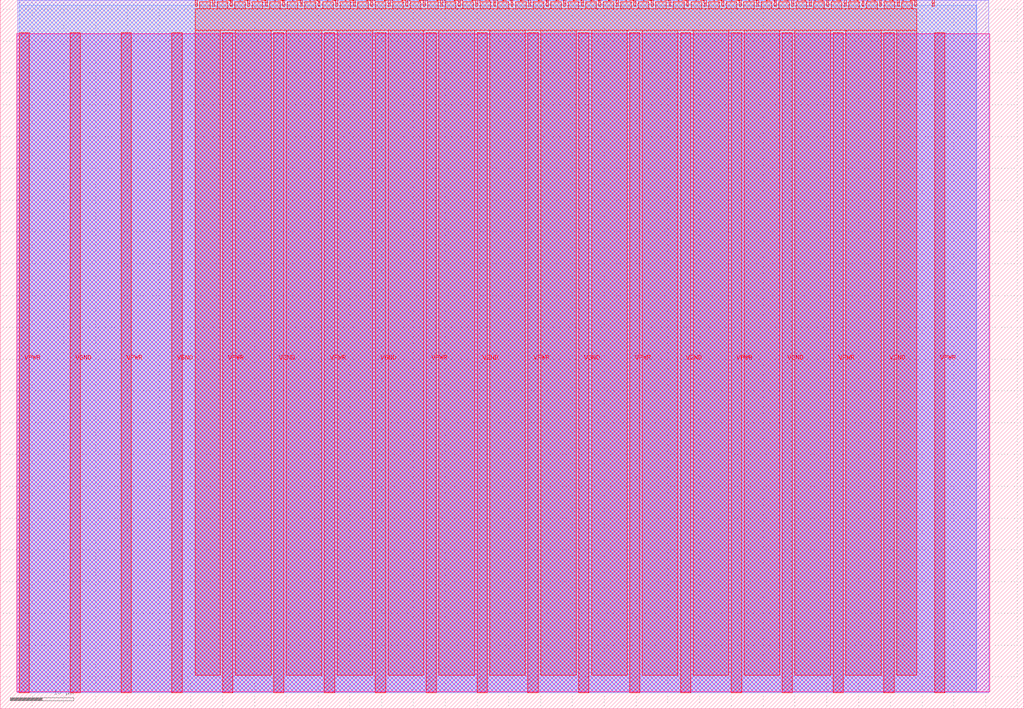
<source format=lef>
VERSION 5.7 ;
  NOWIREEXTENSIONATPIN ON ;
  DIVIDERCHAR "/" ;
  BUSBITCHARS "[]" ;
MACRO tt_um_tdctest_container
  CLASS BLOCK ;
  FOREIGN tt_um_tdctest_container ;
  ORIGIN 0.000 0.000 ;
  SIZE 161.000 BY 111.520 ;
  PIN VGND
    DIRECTION INOUT ;
    USE GROUND ;
    PORT
      LAYER met4 ;
        RECT 11.000 2.480 12.600 106.320 ;
    END
    PORT
      LAYER met4 ;
        RECT 27.000 2.480 28.600 106.320 ;
    END
    PORT
      LAYER met4 ;
        RECT 43.000 2.480 44.600 106.320 ;
    END
    PORT
      LAYER met4 ;
        RECT 59.000 2.480 60.600 106.320 ;
    END
    PORT
      LAYER met4 ;
        RECT 75.000 2.480 76.600 106.320 ;
    END
    PORT
      LAYER met4 ;
        RECT 91.000 2.480 92.600 106.320 ;
    END
    PORT
      LAYER met4 ;
        RECT 107.000 2.480 108.600 106.320 ;
    END
    PORT
      LAYER met4 ;
        RECT 123.000 2.480 124.600 106.320 ;
    END
    PORT
      LAYER met4 ;
        RECT 139.000 2.480 140.600 106.320 ;
    END
  END VGND
  PIN VPWR
    DIRECTION INOUT ;
    USE POWER ;
    PORT
      LAYER met4 ;
        RECT 3.000 2.480 4.600 106.320 ;
    END
    PORT
      LAYER met4 ;
        RECT 19.000 2.480 20.600 106.320 ;
    END
    PORT
      LAYER met4 ;
        RECT 35.000 2.480 36.600 106.320 ;
    END
    PORT
      LAYER met4 ;
        RECT 51.000 2.480 52.600 106.320 ;
    END
    PORT
      LAYER met4 ;
        RECT 67.000 2.480 68.600 106.320 ;
    END
    PORT
      LAYER met4 ;
        RECT 83.000 2.480 84.600 106.320 ;
    END
    PORT
      LAYER met4 ;
        RECT 99.000 2.480 100.600 106.320 ;
    END
    PORT
      LAYER met4 ;
        RECT 115.000 2.480 116.600 106.320 ;
    END
    PORT
      LAYER met4 ;
        RECT 131.000 2.480 132.600 106.320 ;
    END
    PORT
      LAYER met4 ;
        RECT 147.000 2.480 148.600 106.320 ;
    END
  END VPWR
  PIN clk
    DIRECTION INPUT ;
    USE SIGNAL ;
    ANTENNAGATEAREA 0.852000 ;
    PORT
      LAYER met4 ;
        RECT 143.830 110.520 144.130 111.520 ;
    END
  END clk
  PIN ena
    DIRECTION INPUT ;
    USE SIGNAL ;
    PORT
      LAYER met4 ;
        RECT 146.590 110.520 146.890 111.520 ;
    END
  END ena
  PIN rst_n
    DIRECTION INPUT ;
    USE SIGNAL ;
    ANTENNAGATEAREA 0.393000 ;
    ANTENNADIFFAREA 1.738800 ;
    PORT
      LAYER met4 ;
        RECT 141.070 110.520 141.370 111.520 ;
    END
  END rst_n
  PIN ui_in[0]
    DIRECTION INPUT ;
    USE SIGNAL ;
    ANTENNAGATEAREA 0.247500 ;
    PORT
      LAYER met4 ;
        RECT 138.310 110.520 138.610 111.520 ;
    END
  END ui_in[0]
  PIN ui_in[1]
    DIRECTION INPUT ;
    USE SIGNAL ;
    ANTENNAGATEAREA 0.196500 ;
    ANTENNADIFFAREA 0.434700 ;
    PORT
      LAYER met4 ;
        RECT 135.550 110.520 135.850 111.520 ;
    END
  END ui_in[1]
  PIN ui_in[2]
    DIRECTION INPUT ;
    USE SIGNAL ;
    ANTENNAGATEAREA 0.196500 ;
    ANTENNADIFFAREA 0.434700 ;
    PORT
      LAYER met4 ;
        RECT 132.790 110.520 133.090 111.520 ;
    END
  END ui_in[2]
  PIN ui_in[3]
    DIRECTION INPUT ;
    USE SIGNAL ;
    ANTENNAGATEAREA 0.196500 ;
    PORT
      LAYER met4 ;
        RECT 130.030 110.520 130.330 111.520 ;
    END
  END ui_in[3]
  PIN ui_in[4]
    DIRECTION INPUT ;
    USE SIGNAL ;
    ANTENNAGATEAREA 0.196500 ;
    ANTENNADIFFAREA 0.434700 ;
    PORT
      LAYER met4 ;
        RECT 127.270 110.520 127.570 111.520 ;
    END
  END ui_in[4]
  PIN ui_in[5]
    DIRECTION INPUT ;
    USE SIGNAL ;
    PORT
      LAYER met4 ;
        RECT 124.510 110.520 124.810 111.520 ;
    END
  END ui_in[5]
  PIN ui_in[6]
    DIRECTION INPUT ;
    USE SIGNAL ;
    PORT
      LAYER met4 ;
        RECT 121.750 110.520 122.050 111.520 ;
    END
  END ui_in[6]
  PIN ui_in[7]
    DIRECTION INPUT ;
    USE SIGNAL ;
    PORT
      LAYER met4 ;
        RECT 118.990 110.520 119.290 111.520 ;
    END
  END ui_in[7]
  PIN uio_in[0]
    DIRECTION INPUT ;
    USE SIGNAL ;
    ANTENNAGATEAREA 0.213000 ;
    PORT
      LAYER met4 ;
        RECT 116.230 110.520 116.530 111.520 ;
    END
  END uio_in[0]
  PIN uio_in[1]
    DIRECTION INPUT ;
    USE SIGNAL ;
    ANTENNAGATEAREA 0.196500 ;
    PORT
      LAYER met4 ;
        RECT 113.470 110.520 113.770 111.520 ;
    END
  END uio_in[1]
  PIN uio_in[2]
    DIRECTION INPUT ;
    USE SIGNAL ;
    PORT
      LAYER met4 ;
        RECT 110.710 110.520 111.010 111.520 ;
    END
  END uio_in[2]
  PIN uio_in[3]
    DIRECTION INPUT ;
    USE SIGNAL ;
    PORT
      LAYER met4 ;
        RECT 107.950 110.520 108.250 111.520 ;
    END
  END uio_in[3]
  PIN uio_in[4]
    DIRECTION INPUT ;
    USE SIGNAL ;
    PORT
      LAYER met4 ;
        RECT 105.190 110.520 105.490 111.520 ;
    END
  END uio_in[4]
  PIN uio_in[5]
    DIRECTION INPUT ;
    USE SIGNAL ;
    PORT
      LAYER met4 ;
        RECT 102.430 110.520 102.730 111.520 ;
    END
  END uio_in[5]
  PIN uio_in[6]
    DIRECTION INPUT ;
    USE SIGNAL ;
    PORT
      LAYER met4 ;
        RECT 99.670 110.520 99.970 111.520 ;
    END
  END uio_in[6]
  PIN uio_in[7]
    DIRECTION INPUT ;
    USE SIGNAL ;
    PORT
      LAYER met4 ;
        RECT 96.910 110.520 97.210 111.520 ;
    END
  END uio_in[7]
  PIN uio_oe[0]
    DIRECTION OUTPUT ;
    USE SIGNAL ;
    PORT
      LAYER met4 ;
        RECT 49.990 110.520 50.290 111.520 ;
    END
  END uio_oe[0]
  PIN uio_oe[1]
    DIRECTION OUTPUT ;
    USE SIGNAL ;
    PORT
      LAYER met4 ;
        RECT 47.230 110.520 47.530 111.520 ;
    END
  END uio_oe[1]
  PIN uio_oe[2]
    DIRECTION OUTPUT ;
    USE SIGNAL ;
    PORT
      LAYER met4 ;
        RECT 44.470 110.520 44.770 111.520 ;
    END
  END uio_oe[2]
  PIN uio_oe[3]
    DIRECTION OUTPUT ;
    USE SIGNAL ;
    PORT
      LAYER met4 ;
        RECT 41.710 110.520 42.010 111.520 ;
    END
  END uio_oe[3]
  PIN uio_oe[4]
    DIRECTION OUTPUT ;
    USE SIGNAL ;
    PORT
      LAYER met4 ;
        RECT 38.950 110.520 39.250 111.520 ;
    END
  END uio_oe[4]
  PIN uio_oe[5]
    DIRECTION OUTPUT ;
    USE SIGNAL ;
    PORT
      LAYER met4 ;
        RECT 36.190 110.520 36.490 111.520 ;
    END
  END uio_oe[5]
  PIN uio_oe[6]
    DIRECTION OUTPUT ;
    USE SIGNAL ;
    PORT
      LAYER met4 ;
        RECT 33.430 110.520 33.730 111.520 ;
    END
  END uio_oe[6]
  PIN uio_oe[7]
    DIRECTION OUTPUT ;
    USE SIGNAL ;
    PORT
      LAYER met4 ;
        RECT 30.670 110.520 30.970 111.520 ;
    END
  END uio_oe[7]
  PIN uio_out[0]
    DIRECTION OUTPUT ;
    USE SIGNAL ;
    PORT
      LAYER met4 ;
        RECT 72.070 110.520 72.370 111.520 ;
    END
  END uio_out[0]
  PIN uio_out[1]
    DIRECTION OUTPUT ;
    USE SIGNAL ;
    PORT
      LAYER met4 ;
        RECT 69.310 110.520 69.610 111.520 ;
    END
  END uio_out[1]
  PIN uio_out[2]
    DIRECTION OUTPUT ;
    USE SIGNAL ;
    PORT
      LAYER met4 ;
        RECT 66.550 110.520 66.850 111.520 ;
    END
  END uio_out[2]
  PIN uio_out[3]
    DIRECTION OUTPUT ;
    USE SIGNAL ;
    PORT
      LAYER met4 ;
        RECT 63.790 110.520 64.090 111.520 ;
    END
  END uio_out[3]
  PIN uio_out[4]
    DIRECTION OUTPUT ;
    USE SIGNAL ;
    PORT
      LAYER met4 ;
        RECT 61.030 110.520 61.330 111.520 ;
    END
  END uio_out[4]
  PIN uio_out[5]
    DIRECTION OUTPUT ;
    USE SIGNAL ;
    PORT
      LAYER met4 ;
        RECT 58.270 110.520 58.570 111.520 ;
    END
  END uio_out[5]
  PIN uio_out[6]
    DIRECTION OUTPUT ;
    USE SIGNAL ;
    PORT
      LAYER met4 ;
        RECT 55.510 110.520 55.810 111.520 ;
    END
  END uio_out[6]
  PIN uio_out[7]
    DIRECTION OUTPUT ;
    USE SIGNAL ;
    PORT
      LAYER met4 ;
        RECT 52.750 110.520 53.050 111.520 ;
    END
  END uio_out[7]
  PIN uo_out[0]
    DIRECTION OUTPUT ;
    USE SIGNAL ;
    ANTENNADIFFAREA 0.891000 ;
    PORT
      LAYER met4 ;
        RECT 94.150 110.520 94.450 111.520 ;
    END
  END uo_out[0]
  PIN uo_out[1]
    DIRECTION OUTPUT ;
    USE SIGNAL ;
    ANTENNADIFFAREA 0.891000 ;
    PORT
      LAYER met4 ;
        RECT 91.390 110.520 91.690 111.520 ;
    END
  END uo_out[1]
  PIN uo_out[2]
    DIRECTION OUTPUT ;
    USE SIGNAL ;
    ANTENNADIFFAREA 0.891000 ;
    PORT
      LAYER met4 ;
        RECT 88.630 110.520 88.930 111.520 ;
    END
  END uo_out[2]
  PIN uo_out[3]
    DIRECTION OUTPUT ;
    USE SIGNAL ;
    ANTENNADIFFAREA 0.891000 ;
    PORT
      LAYER met4 ;
        RECT 85.870 110.520 86.170 111.520 ;
    END
  END uo_out[3]
  PIN uo_out[4]
    DIRECTION OUTPUT ;
    USE SIGNAL ;
    ANTENNADIFFAREA 0.891000 ;
    PORT
      LAYER met4 ;
        RECT 83.110 110.520 83.410 111.520 ;
    END
  END uo_out[4]
  PIN uo_out[5]
    DIRECTION OUTPUT ;
    USE SIGNAL ;
    ANTENNADIFFAREA 0.445500 ;
    PORT
      LAYER met4 ;
        RECT 80.350 110.520 80.650 111.520 ;
    END
  END uo_out[5]
  PIN uo_out[6]
    DIRECTION OUTPUT ;
    USE SIGNAL ;
    ANTENNADIFFAREA 0.445500 ;
    PORT
      LAYER met4 ;
        RECT 77.590 110.520 77.890 111.520 ;
    END
  END uo_out[6]
  PIN uo_out[7]
    DIRECTION OUTPUT ;
    USE SIGNAL ;
    ANTENNADIFFAREA 0.445500 ;
    PORT
      LAYER met4 ;
        RECT 74.830 110.520 75.130 111.520 ;
    END
  END uo_out[7]
  OBS
      LAYER nwell ;
        RECT 2.570 2.635 155.670 106.165 ;
      LAYER li1 ;
        RECT 2.760 2.635 155.480 106.165 ;
      LAYER met1 ;
        RECT 2.760 2.480 155.480 111.480 ;
      LAYER met2 ;
        RECT 3.000 2.480 153.550 111.510 ;
      LAYER met3 ;
        RECT 3.010 2.515 153.575 110.665 ;
      LAYER met4 ;
        RECT 31.370 110.120 33.030 111.170 ;
        RECT 34.130 110.120 35.790 111.170 ;
        RECT 36.890 110.120 38.550 111.170 ;
        RECT 39.650 110.120 41.310 111.170 ;
        RECT 42.410 110.120 44.070 111.170 ;
        RECT 45.170 110.120 46.830 111.170 ;
        RECT 47.930 110.120 49.590 111.170 ;
        RECT 50.690 110.120 52.350 111.170 ;
        RECT 53.450 110.120 55.110 111.170 ;
        RECT 56.210 110.120 57.870 111.170 ;
        RECT 58.970 110.120 60.630 111.170 ;
        RECT 61.730 110.120 63.390 111.170 ;
        RECT 64.490 110.120 66.150 111.170 ;
        RECT 67.250 110.120 68.910 111.170 ;
        RECT 70.010 110.120 71.670 111.170 ;
        RECT 72.770 110.120 74.430 111.170 ;
        RECT 75.530 110.120 77.190 111.170 ;
        RECT 78.290 110.120 79.950 111.170 ;
        RECT 81.050 110.120 82.710 111.170 ;
        RECT 83.810 110.120 85.470 111.170 ;
        RECT 86.570 110.120 88.230 111.170 ;
        RECT 89.330 110.120 90.990 111.170 ;
        RECT 92.090 110.120 93.750 111.170 ;
        RECT 94.850 110.120 96.510 111.170 ;
        RECT 97.610 110.120 99.270 111.170 ;
        RECT 100.370 110.120 102.030 111.170 ;
        RECT 103.130 110.120 104.790 111.170 ;
        RECT 105.890 110.120 107.550 111.170 ;
        RECT 108.650 110.120 110.310 111.170 ;
        RECT 111.410 110.120 113.070 111.170 ;
        RECT 114.170 110.120 115.830 111.170 ;
        RECT 116.930 110.120 118.590 111.170 ;
        RECT 119.690 110.120 121.350 111.170 ;
        RECT 122.450 110.120 124.110 111.170 ;
        RECT 125.210 110.120 126.870 111.170 ;
        RECT 127.970 110.120 129.630 111.170 ;
        RECT 130.730 110.120 132.390 111.170 ;
        RECT 133.490 110.120 135.150 111.170 ;
        RECT 136.250 110.120 137.910 111.170 ;
        RECT 139.010 110.120 140.670 111.170 ;
        RECT 141.770 110.120 143.430 111.170 ;
        RECT 30.655 106.720 144.145 110.120 ;
        RECT 30.655 5.275 34.600 106.720 ;
        RECT 37.000 5.275 42.600 106.720 ;
        RECT 45.000 5.275 50.600 106.720 ;
        RECT 53.000 5.275 58.600 106.720 ;
        RECT 61.000 5.275 66.600 106.720 ;
        RECT 69.000 5.275 74.600 106.720 ;
        RECT 77.000 5.275 82.600 106.720 ;
        RECT 85.000 5.275 90.600 106.720 ;
        RECT 93.000 5.275 98.600 106.720 ;
        RECT 101.000 5.275 106.600 106.720 ;
        RECT 109.000 5.275 114.600 106.720 ;
        RECT 117.000 5.275 122.600 106.720 ;
        RECT 125.000 5.275 130.600 106.720 ;
        RECT 133.000 5.275 138.600 106.720 ;
        RECT 141.000 5.275 144.145 106.720 ;
  END
END tt_um_tdctest_container
END LIBRARY


</source>
